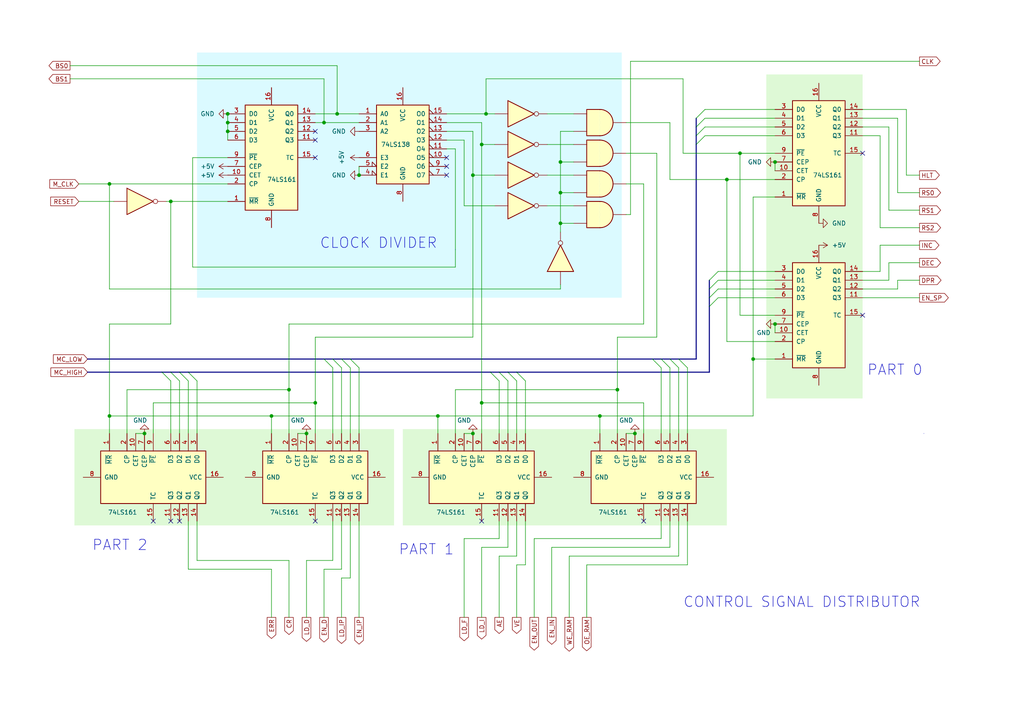
<source format=kicad_sch>
(kicad_sch (version 20230121) (generator eeschema)
  (paper "A4")
  (lib_symbols
    (symbol "74LS04_1" (pin_numbers hide)
      (property "Reference" "U" (at 0 1.27 0))
      (property "Value" "74LS04" (at 0 -1.27 0))
      (symbol "74LS04_1_1_0"
        (pin input line (at -7.62 0 0) (length 3.81) (name "~") (number "1"))
        (pin output inverted (at 7.62 0 180) (length 3.81) (name "~") (number "2"))
      )
      (symbol "74LS04_1_2_0"
        (pin input line (at -7.62 0 0) (length 3.81) (name "~") (number "3"))
        (pin output inverted (at 7.62 0 180) (length 3.81) (name "~") (number "4"))
      )
      (symbol "74LS04_1_3_0"
        (pin input line (at -7.62 0 0) (length 3.81) (name "~") (number "5"))
        (pin output inverted (at 7.62 0 180) (length 3.81) (name "~") (number "6"))
      )
      (symbol "74LS04_1_4_0"
        (pin output inverted (at 7.62 0 180) (length 3.81) (name "~") (number "8"))
        (pin input line (at -7.62 0 0) (length 3.81) (name "~") (number "9"))
      )
      (symbol "74LS04_1_5_0"
        (pin output inverted (at 7.62 0 180) (length 3.81) (name "~") (number "10"))
        (pin input line (at -7.62 0 0) (length 3.81) (name "~") (number "11"))
      )
      (symbol "74LS04_1_6_0"
        (pin output inverted (at 7.62 0 180) (length 3.81) (name "~") (number "12"))
        (pin input line (at -7.62 0 0) (length 3.81) (name "~") (number "13"))
      )
      (symbol "74LS04_1_7_0"
        (pin power_in line (at 0 12.7 270) (length 5.08) (name "VCC") (number "14"))
        (pin power_in line (at 0 -12.7 90) (length 5.08) (name "GND") (number "7"))
      )
    )
    (symbol "74LS04_2" (pin_numbers hide)
      (property "Reference" "U" (at 0 1.27 0))
      (property "Value" "74LS04" (at 0 -1.27 0))
      (symbol "74LS04_2_1_0"
        (pin input line (at -7.62 0 0) (length 3.81) (name "~") (number "1"))
        (pin output inverted (at 7.62 0 180) (length 3.81) (name "~") (number "2"))
      )
      (symbol "74LS04_2_2_0"
        (pin input line (at -7.62 0 0) (length 3.81) (name "~") (number "3"))
        (pin output inverted (at 7.62 0 180) (length 3.81) (name "~") (number "4"))
      )
      (symbol "74LS04_2_3_0"
        (pin input line (at -7.62 0 0) (length 3.81) (name "~") (number "5"))
        (pin output inverted (at 7.62 0 180) (length 3.81) (name "~") (number "6"))
      )
      (symbol "74LS04_2_4_0"
        (pin output inverted (at 7.62 0 180) (length 3.81) (name "~") (number "8"))
        (pin input line (at -7.62 0 0) (length 3.81) (name "~") (number "9"))
      )
      (symbol "74LS04_2_5_0"
        (pin output inverted (at 7.62 0 180) (length 3.81) (name "~") (number "10"))
        (pin input line (at -7.62 0 0) (length 3.81) (name "~") (number "11"))
      )
      (symbol "74LS04_2_6_0"
        (pin output inverted (at 7.62 0 180) (length 3.81) (name "~") (number "12"))
        (pin input line (at -7.62 0 0) (length 3.81) (name "~") (number "13"))
      )
      (symbol "74LS04_2_7_0"
        (pin power_in line (at 0 12.7 270) (length 5.08) (name "VCC") (number "14"))
        (pin power_in line (at 0 -12.7 90) (length 5.08) (name "GND") (number "7"))
      )
    )
    (symbol "74LS04_3" (pin_numbers hide)
      (property "Reference" "U" (at 0 1.27 0))
      (property "Value" "74LS04" (at 0 -1.27 0))
      (symbol "74LS04_3_1_0"
        (pin input line (at -7.62 0 0) (length 3.81) (name "~") (number "1"))
        (pin output inverted (at 7.62 0 180) (length 3.81) (name "~") (number "2"))
      )
      (symbol "74LS04_3_2_0"
        (pin input line (at -7.62 0 0) (length 3.81) (name "~") (number "3"))
        (pin output inverted (at 7.62 0 180) (length 3.81) (name "~") (number "4"))
      )
      (symbol "74LS04_3_3_0"
        (pin input line (at -7.62 0 0) (length 3.81) (name "~") (number "5"))
        (pin output inverted (at 7.62 0 180) (length 3.81) (name "~") (number "6"))
      )
      (symbol "74LS04_3_4_0"
        (pin output inverted (at 7.62 0 180) (length 3.81) (name "~") (number "8"))
        (pin input line (at -7.62 0 0) (length 3.81) (name "~") (number "9"))
      )
      (symbol "74LS04_3_5_0"
        (pin output inverted (at 7.62 0 180) (length 3.81) (name "~") (number "10"))
        (pin input line (at -7.62 0 0) (length 3.81) (name "~") (number "11"))
      )
      (symbol "74LS04_3_6_0"
        (pin output inverted (at 7.62 0 180) (length 3.81) (name "~") (number "12"))
        (pin input line (at -7.62 0 0) (length 3.81) (name "~") (number "13"))
      )
      (symbol "74LS04_3_7_0"
        (pin power_in line (at 0 12.7 270) (length 5.08) (name "VCC") (number "14"))
        (pin power_in line (at 0 -12.7 90) (length 5.08) (name "GND") (number "7"))
      )
    )
    (symbol "74LS04_4" (pin_numbers hide)
      (property "Reference" "U" (at 0 1.27 0))
      (property "Value" "74LS04" (at 0 -1.27 0))
      (symbol "74LS04_4_1_0"
        (pin input line (at -7.62 0 0) (length 3.81) (name "~") (number "1"))
        (pin output inverted (at 7.62 0 180) (length 3.81) (name "~") (number "2"))
      )
      (symbol "74LS04_4_2_0"
        (pin input line (at -7.62 0 0) (length 3.81) (name "~") (number "3"))
        (pin output inverted (at 7.62 0 180) (length 3.81) (name "~") (number "4"))
      )
      (symbol "74LS04_4_3_0"
        (pin input line (at -7.62 0 0) (length 3.81) (name "~") (number "5"))
        (pin output inverted (at 7.62 0 180) (length 3.81) (name "~") (number "6"))
      )
      (symbol "74LS04_4_4_0"
        (pin output inverted (at 7.62 0 180) (length 3.81) (name "~") (number "8"))
        (pin input line (at -7.62 0 0) (length 3.81) (name "~") (number "9"))
      )
      (symbol "74LS04_4_5_0"
        (pin output inverted (at 7.62 0 180) (length 3.81) (name "~") (number "10"))
        (pin input line (at -7.62 0 0) (length 3.81) (name "~") (number "11"))
      )
      (symbol "74LS04_4_6_0"
        (pin output inverted (at 7.62 0 180) (length 3.81) (name "~") (number "12"))
        (pin input line (at -7.62 0 0) (length 3.81) (name "~") (number "13"))
      )
      (symbol "74LS04_4_7_0"
        (pin power_in line (at 0 12.7 270) (length 5.08) (name "VCC") (number "14"))
        (pin power_in line (at 0 -12.7 90) (length 5.08) (name "GND") (number "7"))
      )
    )
    (symbol "74LS04_5" (pin_numbers hide)
      (property "Reference" "U" (at 0 1.27 0))
      (property "Value" "74LS04" (at 0 -1.27 0))
      (symbol "74LS04_5_1_0"
        (pin input line (at -7.62 0 0) (length 3.81) (name "~") (number "1"))
        (pin output inverted (at 7.62 0 180) (length 3.81) (name "~") (number "2"))
      )
      (symbol "74LS04_5_2_0"
        (pin input line (at -7.62 0 0) (length 3.81) (name "~") (number "3"))
        (pin output inverted (at 7.62 0 180) (length 3.81) (name "~") (number "4"))
      )
      (symbol "74LS04_5_3_0"
        (pin input line (at -7.62 0 0) (length 3.81) (name "~") (number "5"))
        (pin output inverted (at 7.62 0 180) (length 3.81) (name "~") (number "6"))
      )
      (symbol "74LS04_5_4_0"
        (pin output inverted (at 7.62 0 180) (length 3.81) (name "~") (number "8"))
        (pin input line (at -7.62 0 0) (length 3.81) (name "~") (number "9"))
      )
      (symbol "74LS04_5_5_0"
        (pin output inverted (at 7.62 0 180) (length 3.81) (name "~") (number "10"))
        (pin input line (at -7.62 0 0) (length 3.81) (name "~") (number "11"))
      )
      (symbol "74LS04_5_6_0"
        (pin output inverted (at 7.62 0 180) (length 3.81) (name "~") (number "12"))
        (pin input line (at -7.62 0 0) (length 3.81) (name "~") (number "13"))
      )
      (symbol "74LS04_5_7_0"
        (pin power_in line (at 0 12.7 270) (length 5.08) (name "VCC") (number "14"))
        (pin power_in line (at 0 -12.7 90) (length 5.08) (name "GND") (number "7"))
      )
    )
    (symbol "74LS08_1" (pin_numbers hide) (pin_names (offset 1.016))
      (property "Reference" "U" (at 0 1.27 0))
      (property "Value" "74LS08" (at 0 -1.27 0))
      (symbol "74LS08_1_1_1"
        (pin input line (at -7.62 2.54 0) (length 3.81) (name "~") (number "1"))
        (pin input line (at -7.62 -2.54 0) (length 3.81) (name "~") (number "2"))
        (pin output line (at 7.62 0 180) (length 3.81) (name "~") (number "3"))
      )
      (symbol "74LS08_1_1_2"
        (pin input inverted (at -7.62 2.54 0) (length 4.318) (name "~") (number "1"))
        (pin input inverted (at -7.62 -2.54 0) (length 4.318) (name "~") (number "2"))
        (pin output inverted (at 7.62 0 180) (length 3.81) (name "~") (number "3"))
      )
      (symbol "74LS08_1_2_1"
        (pin input line (at -7.62 2.54 0) (length 3.81) (name "~") (number "4"))
        (pin input line (at -7.62 -2.54 0) (length 3.81) (name "~") (number "5"))
        (pin output line (at 7.62 0 180) (length 3.81) (name "~") (number "6"))
      )
      (symbol "74LS08_1_2_2"
        (pin input inverted (at -7.62 2.54 0) (length 4.318) (name "~") (number "4"))
        (pin input inverted (at -7.62 -2.54 0) (length 4.318) (name "~") (number "5"))
        (pin output inverted (at 7.62 0 180) (length 3.81) (name "~") (number "6"))
      )
      (symbol "74LS08_1_3_1"
        (pin input line (at -7.62 -2.54 0) (length 3.81) (name "~") (number "10"))
        (pin output line (at 7.62 0 180) (length 3.81) (name "~") (number "8"))
        (pin input line (at -7.62 2.54 0) (length 3.81) (name "~") (number "9"))
      )
      (symbol "74LS08_1_3_2"
        (pin input inverted (at -7.62 -2.54 0) (length 4.318) (name "~") (number "10"))
        (pin output inverted (at 7.62 0 180) (length 3.81) (name "~") (number "8"))
        (pin input inverted (at -7.62 2.54 0) (length 4.318) (name "~") (number "9"))
      )
      (symbol "74LS08_1_4_1"
        (pin output line (at 7.62 0 180) (length 3.81) (name "~") (number "11"))
        (pin input line (at -7.62 2.54 0) (length 3.81) (name "~") (number "12"))
        (pin input line (at -7.62 -2.54 0) (length 3.81) (name "~") (number "13"))
      )
      (symbol "74LS08_1_4_2"
        (pin output inverted (at 7.62 0 180) (length 3.81) (name "~") (number "11"))
        (pin input inverted (at -7.62 2.54 0) (length 4.318) (name "~") (number "12"))
        (pin input inverted (at -7.62 -2.54 0) (length 4.318) (name "~") (number "13"))
      )
      (symbol "74LS08_1_5_0"
        (pin power_in line (at 0 12.7 270) (length 5.08) (name "VCC") (number "14"))
        (pin power_in line (at 0 -12.7 90) (length 5.08) (name "GND") (number "7"))
      )
    )
    (symbol "74LS08_2" (pin_numbers hide) (pin_names (offset 1.016))
      (property "Reference" "U" (at 0 1.27 0))
      (property "Value" "74LS08" (at 0 -1.27 0))
      (symbol "74LS08_2_1_1"
        (pin input line (at -7.62 2.54 0) (length 3.81) (name "~") (number "1"))
        (pin input line (at -7.62 -2.54 0) (length 3.81) (name "~") (number "2"))
        (pin output line (at 7.62 0 180) (length 3.81) (name "~") (number "3"))
      )
      (symbol "74LS08_2_1_2"
        (pin input inverted (at -7.62 2.54 0) (length 4.318) (name "~") (number "1"))
        (pin input inverted (at -7.62 -2.54 0) (length 4.318) (name "~") (number "2"))
        (pin output inverted (at 7.62 0 180) (length 3.81) (name "~") (number "3"))
      )
      (symbol "74LS08_2_2_1"
        (pin input line (at -7.62 2.54 0) (length 3.81) (name "~") (number "4"))
        (pin input line (at -7.62 -2.54 0) (length 3.81) (name "~") (number "5"))
        (pin output line (at 7.62 0 180) (length 3.81) (name "~") (number "6"))
      )
      (symbol "74LS08_2_2_2"
        (pin input inverted (at -7.62 2.54 0) (length 4.318) (name "~") (number "4"))
        (pin input inverted (at -7.62 -2.54 0) (length 4.318) (name "~") (number "5"))
        (pin output inverted (at 7.62 0 180) (length 3.81) (name "~") (number "6"))
      )
      (symbol "74LS08_2_3_1"
        (pin input line (at -7.62 -2.54 0) (length 3.81) (name "~") (number "10"))
        (pin output line (at 7.62 0 180) (length 3.81) (name "~") (number "8"))
        (pin input line (at -7.62 2.54 0) (length 3.81) (name "~") (number "9"))
      )
      (symbol "74LS08_2_3_2"
        (pin input inverted (at -7.62 -2.54 0) (length 4.318) (name "~") (number "10"))
        (pin output inverted (at 7.62 0 180) (length 3.81) (name "~") (number "8"))
        (pin input inverted (at -7.62 2.54 0) (length 4.318) (name "~") (number "9"))
      )
      (symbol "74LS08_2_4_1"
        (pin output line (at 7.62 0 180) (length 3.81) (name "~") (number "11"))
        (pin input line (at -7.62 2.54 0) (length 3.81) (name "~") (number "12"))
        (pin input line (at -7.62 -2.54 0) (length 3.81) (name "~") (number "13"))
      )
      (symbol "74LS08_2_4_2"
        (pin output inverted (at 7.62 0 180) (length 3.81) (name "~") (number "11"))
        (pin input inverted (at -7.62 2.54 0) (length 4.318) (name "~") (number "12"))
        (pin input inverted (at -7.62 -2.54 0) (length 4.318) (name "~") (number "13"))
      )
      (symbol "74LS08_2_5_0"
        (pin power_in line (at 0 12.7 270) (length 5.08) (name "VCC") (number "14"))
        (pin power_in line (at 0 -12.7 90) (length 5.08) (name "GND") (number "7"))
      )
    )
    (symbol "74LS08_3" (pin_numbers hide) (pin_names (offset 1.016))
      (property "Reference" "U" (at 0 1.27 0))
      (property "Value" "74LS08" (at 0 -1.27 0))
      (symbol "74LS08_3_1_1"
        (pin input line (at -7.62 2.54 0) (length 3.81) (name "~") (number "1"))
        (pin input line (at -7.62 -2.54 0) (length 3.81) (name "~") (number "2"))
        (pin output line (at 7.62 0 180) (length 3.81) (name "~") (number "3"))
      )
      (symbol "74LS08_3_1_2"
        (pin input inverted (at -7.62 2.54 0) (length 4.318) (name "~") (number "1"))
        (pin input inverted (at -7.62 -2.54 0) (length 4.318) (name "~") (number "2"))
        (pin output inverted (at 7.62 0 180) (length 3.81) (name "~") (number "3"))
      )
      (symbol "74LS08_3_2_1"
        (pin input line (at -7.62 2.54 0) (length 3.81) (name "~") (number "4"))
        (pin input line (at -7.62 -2.54 0) (length 3.81) (name "~") (number "5"))
        (pin output line (at 7.62 0 180) (length 3.81) (name "~") (number "6"))
      )
      (symbol "74LS08_3_2_2"
        (pin input inverted (at -7.62 2.54 0) (length 4.318) (name "~") (number "4"))
        (pin input inverted (at -7.62 -2.54 0) (length 4.318) (name "~") (number "5"))
        (pin output inverted (at 7.62 0 180) (length 3.81) (name "~") (number "6"))
      )
      (symbol "74LS08_3_3_1"
        (pin input line (at -7.62 -2.54 0) (length 3.81) (name "~") (number "10"))
        (pin output line (at 7.62 0 180) (length 3.81) (name "~") (number "8"))
        (pin input line (at -7.62 2.54 0) (length 3.81) (name "~") (number "9"))
      )
      (symbol "74LS08_3_3_2"
        (pin input inverted (at -7.62 -2.54 0) (length 4.318) (name "~") (number "10"))
        (pin output inverted (at 7.62 0 180) (length 3.81) (name "~") (number "8"))
        (pin input inverted (at -7.62 2.54 0) (length 4.318) (name "~") (number "9"))
      )
      (symbol "74LS08_3_4_1"
        (pin output line (at 7.62 0 180) (length 3.81) (name "~") (number "11"))
        (pin input line (at -7.62 2.54 0) (length 3.81) (name "~") (number "12"))
        (pin input line (at -7.62 -2.54 0) (length 3.81) (name "~") (number "13"))
      )
      (symbol "74LS08_3_4_2"
        (pin output inverted (at 7.62 0 180) (length 3.81) (name "~") (number "11"))
        (pin input inverted (at -7.62 2.54 0) (length 4.318) (name "~") (number "12"))
        (pin input inverted (at -7.62 -2.54 0) (length 4.318) (name "~") (number "13"))
      )
      (symbol "74LS08_3_5_0"
        (pin power_in line (at 0 12.7 270) (length 5.08) (name "VCC") (number "14"))
        (pin power_in line (at 0 -12.7 90) (length 5.08) (name "GND") (number "7"))
      )
    )
    (symbol "74xx:74LS04" (pin_numbers hide)
      (property "Reference" "U" (at 0 1.27 0))
      (property "Value" "74LS04" (at 0 -1.27 0))
      (symbol "74LS04_1_0"
        (pin input line (at -7.62 0 0) (length 3.81) (name "~") (number "1"))
        (pin output inverted (at 7.62 0 180) (length 3.81) (name "~") (number "2"))
      )
      (symbol "74LS04_2_0"
        (pin input line (at -7.62 0 0) (length 3.81) (name "~") (number "3"))
        (pin output inverted (at 7.62 0 180) (length 3.81) (name "~") (number "4"))
      )
      (symbol "74LS04_3_0"
        (pin input line (at -7.62 0 0) (length 3.81) (name "~") (number "5"))
        (pin output inverted (at 7.62 0 180) (length 3.81) (name "~") (number "6"))
      )
      (symbol "74LS04_4_0"
        (pin output inverted (at 7.62 0 180) (length 3.81) (name "~") (number "8"))
        (pin input line (at -7.62 0 0) (length 3.81) (name "~") (number "9"))
      )
      (symbol "74LS04_5_0"
        (pin output inverted (at 7.62 0 180) (length 3.81) (name "~") (number "10"))
        (pin input line (at -7.62 0 0) (length 3.81) (name "~") (number "11"))
      )
      (symbol "74LS04_6_0"
        (pin output inverted (at 7.62 0 180) (length 3.81) (name "~") (number "12"))
        (pin input line (at -7.62 0 0) (length 3.81) (name "~") (number "13"))
      )
      (symbol "74LS04_7_0"
        (pin power_in line (at 0 12.7 270) (length 5.08) (name "VCC") (number "14"))
        (pin power_in line (at 0 -12.7 90) (length 5.08) (name "GND") (number "7"))
      )
    )
    (symbol "74xx:74LS08" (pin_numbers hide) (pin_names (offset 1.016))
      (property "Reference" "U" (at 0 1.27 0))
      (property "Value" "74LS08" (at 0 -1.27 0))
      (symbol "74LS08_1_1"
        (pin input line (at -7.62 2.54 0) (length 3.81) (name "~") (number "1"))
        (pin input line (at -7.62 -2.54 0) (length 3.81) (name "~") (number "2"))
        (pin output line (at 7.62 0 180) (length 3.81) (name "~") (number "3"))
      )
      (symbol "74LS08_1_2"
        (pin input inverted (at -7.62 2.54 0) (length 4.318) (name "~") (number "1"))
        (pin input inverted (at -7.62 -2.54 0) (length 4.318) (name "~") (number "2"))
        (pin output inverted (at 7.62 0 180) (length 3.81) (name "~") (number "3"))
      )
      (symbol "74LS08_2_1"
        (pin input line (at -7.62 2.54 0) (length 3.81) (name "~") (number "4"))
        (pin input line (at -7.62 -2.54 0) (length 3.81) (name "~") (number "5"))
        (pin output line (at 7.62 0 180) (length 3.81) (name "~") (number "6"))
      )
      (symbol "74LS08_2_2"
        (pin input inverted (at -7.62 2.54 0) (length 4.318) (name "~") (number "4"))
        (pin input inverted (at -7.62 -2.54 0) (length 4.318) (name "~") (number "5"))
        (pin output inverted (at 7.62 0 180) (length 3.81) (name "~") (number "6"))
      )
      (symbol "74LS08_3_1"
        (pin input line (at -7.62 -2.54 0) (length 3.81) (name "~") (number "10"))
        (pin output line (at 7.62 0 180) (length 3.81) (name "~") (number "8"))
        (pin input line (at -7.62 2.54 0) (length 3.81) (name "~") (number "9"))
      )
      (symbol "74LS08_3_2"
        (pin input inverted (at -7.62 -2.54 0) (length 4.318) (name "~") (number "10"))
        (pin output inverted (at 7.62 0 180) (length 3.81) (name "~") (number "8"))
        (pin input inverted (at -7.62 2.54 0) (length 4.318) (name "~") (number "9"))
      )
      (symbol "74LS08_4_1"
        (pin output line (at 7.62 0 180) (length 3.81) (name "~") (number "11"))
        (pin input line (at -7.62 2.54 0) (length 3.81) (name "~") (number "12"))
        (pin input line (at -7.62 -2.54 0) (length 3.81) (name "~") (number "13"))
      )
      (symbol "74LS08_4_2"
        (pin output inverted (at 7.62 0 180) (length 3.81) (name "~") (number "11"))
        (pin input inverted (at -7.62 2.54 0) (length 4.318) (name "~") (number "12"))
        (pin input inverted (at -7.62 -2.54 0) (length 4.318) (name "~") (number "13"))
      )
      (symbol "74LS08_5_0"
        (pin power_in line (at 0 12.7 270) (length 5.08) (name "VCC") (number "14"))
        (pin power_in line (at 0 -12.7 90) (length 5.08) (name "GND") (number "7"))
      )
    )
    (symbol "74xx:74LS138" (pin_names (offset 1.016))
      (property "Reference" "U" (at -7.62 11.43 0))
      (property "Value" "74LS138" (at -7.62 -13.97 0))
      (symbol "74LS138_1_0"
        (pin input line (at -12.7 7.62 0) (length 5.08) (name "A0") (number "1"))
        (pin output output_low (at 12.7 -5.08 180) (length 5.08) (name "O5") (number "10"))
        (pin output output_low (at 12.7 -2.54 180) (length 5.08) (name "O4") (number "11"))
        (pin output output_low (at 12.7 0 180) (length 5.08) (name "O3") (number "12"))
        (pin output output_low (at 12.7 2.54 180) (length 5.08) (name "O2") (number "13"))
        (pin output output_low (at 12.7 5.08 180) (length 5.08) (name "O1") (number "14"))
        (pin output output_low (at 12.7 7.62 180) (length 5.08) (name "O0") (number "15"))
        (pin power_in line (at 0 15.24 270) (length 5.08) (name "VCC") (number "16"))
        (pin input line (at -12.7 5.08 0) (length 5.08) (name "A1") (number "2"))
        (pin input line (at -12.7 2.54 0) (length 5.08) (name "A2") (number "3"))
        (pin input input_low (at -12.7 -10.16 0) (length 5.08) (name "E1") (number "4"))
        (pin input input_low (at -12.7 -7.62 0) (length 5.08) (name "E2") (number "5"))
        (pin input line (at -12.7 -5.08 0) (length 5.08) (name "E3") (number "6"))
        (pin output output_low (at 12.7 -10.16 180) (length 5.08) (name "O7") (number "7"))
        (pin power_in line (at 0 -17.78 90) (length 5.08) (name "GND") (number "8"))
        (pin output output_low (at 12.7 -7.62 180) (length 5.08) (name "O6") (number "9"))
      )
    )
    (symbol "74xx:74LS161" (pin_names (offset 1.016))
      (property "Reference" "U" (at -7.62 16.51 0))
      (property "Value" "74LS161" (at -7.62 -16.51 0))
      (symbol "74LS161_1_0"
        (pin input line (at -12.7 -12.7 0) (length 5.08) (name "~{MR}") (number "1"))
        (pin input line (at -12.7 -5.08 0) (length 5.08) (name "CET") (number "10"))
        (pin output line (at 12.7 5.08 180) (length 5.08) (name "Q3") (number "11"))
        (pin output line (at 12.7 7.62 180) (length 5.08) (name "Q2") (number "12"))
        (pin output line (at 12.7 10.16 180) (length 5.08) (name "Q1") (number "13"))
        (pin output line (at 12.7 12.7 180) (length 5.08) (name "Q0") (number "14"))
        (pin output line (at 12.7 0 180) (length 5.08) (name "TC") (number "15"))
        (pin power_in line (at 0 20.32 270) (length 5.08) (name "VCC") (number "16"))
        (pin input line (at -12.7 -7.62 0) (length 5.08) (name "CP") (number "2"))
        (pin input line (at -12.7 12.7 0) (length 5.08) (name "D0") (number "3"))
        (pin input line (at -12.7 10.16 0) (length 5.08) (name "D1") (number "4"))
        (pin input line (at -12.7 7.62 0) (length 5.08) (name "D2") (number "5"))
        (pin input line (at -12.7 5.08 0) (length 5.08) (name "D3") (number "6"))
        (pin input line (at -12.7 -2.54 0) (length 5.08) (name "CEP") (number "7"))
        (pin power_in line (at 0 -20.32 90) (length 5.08) (name "GND") (number "8"))
        (pin input line (at -12.7 0 0) (length 5.08) (name "~{PE}") (number "9"))
      )
    )
    (symbol "power:+5V" (power) (pin_names (offset 0))
      (property "Value" "+5V" (at 0 3.556 0))
      (symbol "+5V_1_1"
        (pin power_in line (at 0 0 90) (length 0) hide (name "+5V") (number "1"))
      )
    )
    (symbol "power:GND" (power) (pin_names (offset 0))
      (property "Value" "GND" (at 0 -3.81 0))
      (symbol "GND_1_1"
        (pin power_in line (at 0 0 270) (length 0) hide (name "GND") (number "1"))
      )
    )
  )
  (junction (at 140.97 33.02))
  (junction (at 97.79 33.02))
  (junction (at 127 120.65))
  (junction (at 104.14 50.8))
  (junction (at 66.04 33.02))
  (junction (at 137.16 50.8))
  (junction (at 83.82 113.03))
  (junction (at 224.79 93.98))
  (junction (at 31.75 53.34))
  (junction (at 78.74 120.65))
  (junction (at 88.9 125.73))
  (junction (at 139.7 116.84))
  (junction (at 139.7 41.91))
  (junction (at 162.56 46.99))
  (junction (at 173.99 120.65))
  (junction (at 184.15 125.73))
  (junction (at 179.07 113.03))
  (junction (at 214.63 44.45))
  (junction (at 41.91 125.73))
  (junction (at 93.98 35.56))
  (junction (at 66.04 38.1))
  (junction (at 91.44 116.84))
  (junction (at 162.56 55.88))
  (junction (at 210.82 52.07))
  (junction (at 137.16 125.73))
  (junction (at 31.75 120.65))
  (junction (at 49.53 58.42))
  (junction (at 162.56 64.77))
  (junction (at 218.44 104.14))
  (junction (at 66.04 35.56))
  (junction (at 224.79 46.99))
  (no_connect (at 91.44 151.13))
  (no_connect (at 52.07 151.13))
  (no_connect (at 129.54 50.8))
  (no_connect (at 129.54 45.72))
  (no_connect (at 91.44 45.72))
  (no_connect (at 250.19 91.44))
  (no_connect (at 129.54 48.26))
  (no_connect (at 186.69 151.13))
  (no_connect (at 49.53 151.13))
  (no_connect (at 139.7 151.13))
  (no_connect (at 44.45 151.13))
  (no_connect (at 91.44 40.64))
  (no_connect (at 91.44 38.1))
  (no_connect (at 250.19 44.45))
  (bus_entry (at 208.28 86.36) (size -2.54 2.54))
  (bus_entry (at 96.52 104.14) (size 2.54 2.54))
  (bus_entry (at 101.6 104.14) (size 2.54 2.54))
  (bus_entry (at 204.47 39.37) (size -2.54 2.54))
  (bus_entry (at 208.28 78.74) (size -2.54 2.54))
  (bus_entry (at 204.47 36.83) (size -2.54 2.54))
  (bus_entry (at 208.28 83.82) (size -2.54 2.54))
  (bus_entry (at 54.61 107.95) (size 2.54 2.54))
  (bus_entry (at 208.28 81.28) (size -2.54 2.54))
  (bus_entry (at 204.47 34.29) (size -2.54 2.54))
  (bus_entry (at 149.86 107.95) (size 2.54 2.54))
  (bus_entry (at 189.23 104.14) (size 2.54 2.54))
  (bus_entry (at 46.99 107.95) (size 2.54 2.54))
  (bus_entry (at 196.85 104.14) (size 2.54 2.54))
  (bus_entry (at 93.98 104.14) (size 2.54 2.54))
  (bus_entry (at 142.24 107.95) (size 2.54 2.54))
  (bus_entry (at 147.32 107.95) (size 2.54 2.54))
  (bus_entry (at 191.77 104.14) (size 2.54 2.54))
  (bus_entry (at 49.53 107.95) (size 2.54 2.54))
  (bus_entry (at 204.47 31.75) (size -2.54 2.54))
  (bus_entry (at 194.31 104.14) (size 2.54 2.54))
  (bus_entry (at 52.07 107.95) (size 2.54 2.54))
  (bus_entry (at 144.78 107.95) (size 2.54 2.54))
  (bus_entry (at 99.06 104.14) (size 2.54 2.54))
  (wire (pts (xy 214.63 44.45) (xy 224.79 44.45)))
  (bus (pts (xy 205.74 81.28) (xy 205.74 83.82)))
  (bus (pts (xy 54.61 107.95) (xy 142.24 107.95)))
  (wire (pts (xy 208.28 78.74) (xy 224.79 78.74)))
  (wire (pts (xy 54.61 110.49) (xy 54.61 125.73)))
  (wire (pts (xy 49.53 58.42) (xy 66.04 58.42)))
  (wire (pts (xy 140.97 33.02) (xy 140.97 22.86)))
  (wire (pts (xy 199.39 151.13) (xy 199.39 163.83)))
  (wire (pts (xy 31.75 53.34) (xy 31.75 83.82)))
  (wire (pts (xy 257.81 60.96) (xy 266.7 60.96)))
  (wire (pts (xy 218.44 104.14) (xy 224.79 104.14)))
  (bus (pts (xy 142.24 107.95) (xy 144.78 107.95)))
  (wire (pts (xy 162.56 82.55) (xy 162.56 83.82)))
  (wire (pts (xy 39.37 125.73) (xy 41.91 125.73)))
  (wire (pts (xy 127 120.65) (xy 173.99 120.65)))
  (wire (pts (xy 158.75 33.02) (xy 166.37 33.02)))
  (wire (pts (xy 139.7 35.56) (xy 139.7 41.91)))
  (wire (pts (xy 57.15 162.56) (xy 83.82 162.56)))
  (bus (pts (xy 201.93 41.91) (xy 201.93 104.14)))
  (wire (pts (xy 191.77 156.21) (xy 191.77 151.13)))
  (wire (pts (xy 22.86 53.34) (xy 31.75 53.34)))
  (wire (pts (xy 66.04 35.56) (xy 66.04 38.1)))
  (bus (pts (xy 52.07 107.95) (xy 54.61 107.95)))
  (wire (pts (xy 210.82 99.06) (xy 224.79 99.06)))
  (wire (pts (xy 22.86 58.42) (xy 33.02 58.42)))
  (wire (pts (xy 44.45 116.84) (xy 44.45 125.73)))
  (wire (pts (xy 31.75 120.65) (xy 31.75 125.73)))
  (wire (pts (xy 186.69 116.84) (xy 186.69 125.73)))
  (wire (pts (xy 224.79 93.98) (xy 224.79 96.52)))
  (wire (pts (xy 257.81 76.2) (xy 266.7 76.2)))
  (wire (pts (xy 158.75 50.8) (xy 166.37 50.8)))
  (wire (pts (xy 101.6 106.68) (xy 101.6 125.73)))
  (bus (pts (xy 144.78 107.95) (xy 147.32 107.95)))
  (wire (pts (xy 218.44 57.15) (xy 218.44 104.14)))
  (bus (pts (xy 205.74 88.9) (xy 205.74 107.95)))
  (bus (pts (xy 96.52 104.14) (xy 99.06 104.14)))
  (wire (pts (xy 260.35 55.88) (xy 266.7 55.88)))
  (wire (pts (xy 132.08 125.73) (xy 132.08 113.03)))
  (wire (pts (xy 196.85 161.29) (xy 165.1 161.29)))
  (wire (pts (xy 181.61 125.73) (xy 184.15 125.73)))
  (wire (pts (xy 208.28 86.36) (xy 224.79 86.36)))
  (wire (pts (xy 147.32 151.13) (xy 147.32 158.75)))
  (wire (pts (xy 149.86 151.13) (xy 149.86 161.29)))
  (wire (pts (xy 134.62 125.73) (xy 137.16 125.73)))
  (wire (pts (xy 96.52 106.68) (xy 96.52 125.73)))
  (bus (pts (xy 25.4 104.14) (xy 93.98 104.14)))
  (wire (pts (xy 88.9 162.56) (xy 88.9 179.07)))
  (wire (pts (xy 91.44 35.56) (xy 93.98 35.56)))
  (wire (pts (xy 181.61 53.34) (xy 186.69 53.34)))
  (wire (pts (xy 31.75 53.34) (xy 66.04 53.34)))
  (wire (pts (xy 144.78 151.13) (xy 144.78 156.21)))
  (wire (pts (xy 186.69 93.98) (xy 83.82 93.98)))
  (wire (pts (xy 194.31 158.75) (xy 160.02 158.75)))
  (wire (pts (xy 139.7 158.75) (xy 139.7 179.07)))
  (wire (pts (xy 31.75 120.65) (xy 78.74 120.65)))
  (wire (pts (xy 250.19 34.29) (xy 260.35 34.29)))
  (wire (pts (xy 139.7 116.84) (xy 139.7 125.73)))
  (wire (pts (xy 181.61 44.45) (xy 190.5 44.45)))
  (wire (pts (xy 104.14 151.13) (xy 104.14 179.07)))
  (wire (pts (xy 204.47 34.29) (xy 224.79 34.29)))
  (bus (pts (xy 191.77 104.14) (xy 194.31 104.14)))
  (wire (pts (xy 182.88 17.78) (xy 182.88 62.23)))
  (wire (pts (xy 181.61 35.56) (xy 194.31 35.56)))
  (wire (pts (xy 78.74 165.1) (xy 78.74 179.07)))
  (bus (pts (xy 201.93 34.29) (xy 201.93 36.83)))
  (wire (pts (xy 44.45 116.84) (xy 91.44 116.84)))
  (wire (pts (xy 91.44 116.84) (xy 91.44 125.73)))
  (wire (pts (xy 250.19 81.28) (xy 257.81 81.28)))
  (wire (pts (xy 255.27 78.74) (xy 255.27 71.12)))
  (wire (pts (xy 99.06 151.13) (xy 99.06 165.1)))
  (wire (pts (xy 250.19 36.83) (xy 257.81 36.83)))
  (wire (pts (xy 257.81 36.83) (xy 257.81 60.96)))
  (wire (pts (xy 97.79 33.02) (xy 97.79 19.05)))
  (wire (pts (xy 255.27 66.04) (xy 266.7 66.04)))
  (wire (pts (xy 132.08 43.18) (xy 132.08 77.47)))
  (wire (pts (xy 199.39 163.83) (xy 170.18 163.83)))
  (wire (pts (xy 162.56 64.77) (xy 166.37 64.77)))
  (wire (pts (xy 198.12 44.45) (xy 214.63 44.45)))
  (wire (pts (xy 204.47 31.75) (xy 224.79 31.75)))
  (bus (pts (xy 194.31 104.14) (xy 196.85 104.14)))
  (bus (pts (xy 149.86 107.95) (xy 205.74 107.95)))
  (wire (pts (xy 196.85 106.68) (xy 196.85 125.73)))
  (wire (pts (xy 83.82 113.03) (xy 83.82 125.73)))
  (wire (pts (xy 54.61 151.13) (xy 54.61 165.1)))
  (wire (pts (xy 250.19 39.37) (xy 255.27 39.37)))
  (wire (pts (xy 224.79 46.99) (xy 224.79 49.53)))
  (wire (pts (xy 162.56 55.88) (xy 162.56 46.99)))
  (wire (pts (xy 255.27 71.12) (xy 266.7 71.12)))
  (bus (pts (xy 25.4 107.95) (xy 46.99 107.95)))
  (wire (pts (xy 191.77 106.68) (xy 191.77 125.73)))
  (wire (pts (xy 139.7 41.91) (xy 143.51 41.91)))
  (wire (pts (xy 266.7 17.78) (xy 182.88 17.78)))
  (wire (pts (xy 129.54 38.1) (xy 137.16 38.1)))
  (wire (pts (xy 31.75 120.65) (xy 31.75 93.98)))
  (wire (pts (xy 36.83 113.03) (xy 83.82 113.03)))
  (wire (pts (xy 144.78 161.29) (xy 144.78 179.07)))
  (wire (pts (xy 66.04 33.02) (xy 66.04 35.56)))
  (wire (pts (xy 93.98 165.1) (xy 93.98 179.07)))
  (wire (pts (xy 204.47 36.83) (xy 224.79 36.83)))
  (wire (pts (xy 96.52 162.56) (xy 88.9 162.56)))
  (wire (pts (xy 162.56 46.99) (xy 166.37 46.99)))
  (wire (pts (xy 66.04 38.1) (xy 66.04 40.64)))
  (bus (pts (xy 196.85 104.14) (xy 201.93 104.14)))
  (bus (pts (xy 46.99 107.95) (xy 49.53 107.95)))
  (bus (pts (xy 101.6 104.14) (xy 189.23 104.14)))
  (wire (pts (xy 49.53 93.98) (xy 49.53 58.42)))
  (wire (pts (xy 162.56 46.99) (xy 162.56 38.1)))
  (wire (pts (xy 78.74 120.65) (xy 78.74 125.73)))
  (wire (pts (xy 190.5 97.79) (xy 179.07 97.79)))
  (wire (pts (xy 152.4 163.83) (xy 152.4 151.13)))
  (wire (pts (xy 194.31 52.07) (xy 210.82 52.07)))
  (wire (pts (xy 173.99 120.65) (xy 173.99 125.73)))
  (wire (pts (xy 52.07 110.49) (xy 52.07 125.73)))
  (wire (pts (xy 208.28 83.82) (xy 224.79 83.82)))
  (wire (pts (xy 262.89 31.75) (xy 262.89 50.8)))
  (wire (pts (xy 186.69 53.34) (xy 186.69 93.98)))
  (wire (pts (xy 162.56 67.31) (xy 162.56 64.77)))
  (wire (pts (xy 162.56 64.77) (xy 162.56 55.88)))
  (wire (pts (xy 86.36 125.73) (xy 88.9 125.73)))
  (wire (pts (xy 208.28 81.28) (xy 224.79 81.28)))
  (wire (pts (xy 134.62 40.64) (xy 134.62 59.69)))
  (wire (pts (xy 91.44 33.02) (xy 97.79 33.02)))
  (wire (pts (xy 149.86 163.83) (xy 149.86 179.07)))
  (wire (pts (xy 31.75 83.82) (xy 162.56 83.82)))
  (wire (pts (xy 99.06 167.64) (xy 99.06 179.07)))
  (wire (pts (xy 158.75 59.69) (xy 166.37 59.69)))
  (wire (pts (xy 129.54 40.64) (xy 134.62 40.64)))
  (wire (pts (xy 137.16 97.79) (xy 91.44 97.79)))
  (wire (pts (xy 149.86 163.83) (xy 152.4 163.83)))
  (wire (pts (xy 190.5 44.45) (xy 190.5 97.79)))
  (wire (pts (xy 194.31 151.13) (xy 194.31 158.75)))
  (wire (pts (xy 218.44 104.14) (xy 218.44 120.65)))
  (wire (pts (xy 214.63 91.44) (xy 224.79 91.44)))
  (wire (pts (xy 250.19 83.82) (xy 260.35 83.82)))
  (wire (pts (xy 137.16 38.1) (xy 137.16 50.8)))
  (wire (pts (xy 132.08 113.03) (xy 179.07 113.03)))
  (wire (pts (xy 260.35 81.28) (xy 266.7 81.28)))
  (wire (pts (xy 154.94 156.21) (xy 154.94 179.07)))
  (wire (pts (xy 147.32 158.75) (xy 139.7 158.75)))
  (wire (pts (xy 57.15 151.13) (xy 57.15 162.56)))
  (wire (pts (xy 260.35 34.29) (xy 260.35 55.88)))
  (bus (pts (xy 189.23 104.14) (xy 191.77 104.14)))
  (wire (pts (xy 55.88 45.72) (xy 66.04 45.72)))
  (wire (pts (xy 20.32 22.86) (xy 93.98 22.86)))
  (wire (pts (xy 104.14 48.26) (xy 104.14 50.8)))
  (wire (pts (xy 83.82 93.98) (xy 83.82 113.03)))
  (wire (pts (xy 181.61 62.23) (xy 182.88 62.23)))
  (wire (pts (xy 31.75 93.98) (xy 49.53 93.98)))
  (wire (pts (xy 99.06 165.1) (xy 93.98 165.1)))
  (wire (pts (xy 160.02 158.75) (xy 160.02 179.07)))
  (wire (pts (xy 91.44 97.79) (xy 91.44 116.84)))
  (wire (pts (xy 93.98 35.56) (xy 104.14 35.56)))
  (wire (pts (xy 194.31 106.68) (xy 194.31 125.73)))
  (bus (pts (xy 205.74 83.82) (xy 205.74 86.36)))
  (wire (pts (xy 101.6 151.13) (xy 101.6 167.64)))
  (wire (pts (xy 96.52 151.13) (xy 96.52 162.56)))
  (wire (pts (xy 140.97 33.02) (xy 143.51 33.02)))
  (bus (pts (xy 147.32 107.95) (xy 149.86 107.95)))
  (wire (pts (xy 129.54 35.56) (xy 139.7 35.56)))
  (wire (pts (xy 250.19 78.74) (xy 255.27 78.74)))
  (wire (pts (xy 149.86 161.29) (xy 144.78 161.29)))
  (wire (pts (xy 165.1 161.29) (xy 165.1 179.07)))
  (wire (pts (xy 147.32 110.49) (xy 147.32 125.73)))
  (wire (pts (xy 127 120.65) (xy 127 125.73)))
  (wire (pts (xy 137.16 50.8) (xy 137.16 97.79)))
  (wire (pts (xy 101.6 167.64) (xy 99.06 167.64)))
  (wire (pts (xy 162.56 38.1) (xy 166.37 38.1)))
  (wire (pts (xy 144.78 156.21) (xy 134.62 156.21)))
  (wire (pts (xy 262.89 50.8) (xy 266.7 50.8)))
  (wire (pts (xy 224.79 57.15) (xy 218.44 57.15)))
  (wire (pts (xy 129.54 33.02) (xy 140.97 33.02)))
  (wire (pts (xy 162.56 55.88) (xy 166.37 55.88)))
  (wire (pts (xy 139.7 41.91) (xy 139.7 116.84)))
  (bus (pts (xy 49.53 107.95) (xy 52.07 107.95)))
  (wire (pts (xy 104.14 106.68) (xy 104.14 125.73)))
  (wire (pts (xy 196.85 151.13) (xy 196.85 161.29)))
  (wire (pts (xy 137.16 50.8) (xy 143.51 50.8)))
  (wire (pts (xy 250.19 31.75) (xy 262.89 31.75)))
  (wire (pts (xy 260.35 83.82) (xy 260.35 81.28)))
  (wire (pts (xy 132.08 77.47) (xy 55.88 77.47)))
  (wire (pts (xy 149.86 110.49) (xy 149.86 125.73)))
  (wire (pts (xy 250.19 86.36) (xy 266.7 86.36)))
  (bus (pts (xy 205.74 86.36) (xy 205.74 88.9)))
  (wire (pts (xy 199.39 106.68) (xy 199.39 125.73)))
  (wire (pts (xy 257.81 81.28) (xy 257.81 76.2)))
  (wire (pts (xy 179.07 97.79) (xy 179.07 113.03)))
  (bus (pts (xy 201.93 39.37) (xy 201.93 41.91)))
  (bus (pts (xy 93.98 104.14) (xy 96.52 104.14)))
  (wire (pts (xy 198.12 22.86) (xy 198.12 44.45)))
  (wire (pts (xy 129.54 43.18) (xy 132.08 43.18)))
  (wire (pts (xy 55.88 77.47) (xy 55.88 45.72)))
  (wire (pts (xy 97.79 33.02) (xy 104.14 33.02)))
  (wire (pts (xy 78.74 120.65) (xy 127 120.65)))
  (wire (pts (xy 36.83 125.73) (xy 36.83 113.03)))
  (wire (pts (xy 204.47 39.37) (xy 224.79 39.37)))
  (wire (pts (xy 173.99 120.65) (xy 218.44 120.65)))
  (wire (pts (xy 54.61 165.1) (xy 78.74 165.1)))
  (wire (pts (xy 210.82 52.07) (xy 224.79 52.07)))
  (wire (pts (xy 191.77 156.21) (xy 154.94 156.21)))
  (wire (pts (xy 83.82 162.56) (xy 83.82 179.07)))
  (bus (pts (xy 201.93 36.83) (xy 201.93 39.37)))
  (wire (pts (xy 144.78 110.49) (xy 144.78 125.73)))
  (wire (pts (xy 255.27 39.37) (xy 255.27 66.04)))
  (wire (pts (xy 139.7 116.84) (xy 186.69 116.84)))
  (wire (pts (xy 210.82 52.07) (xy 210.82 99.06)))
  (wire (pts (xy 152.4 110.49) (xy 152.4 125.73)))
  (wire (pts (xy 134.62 59.69) (xy 143.51 59.69)))
  (wire (pts (xy 158.75 41.91) (xy 166.37 41.91)))
  (wire (pts (xy 48.26 58.42) (xy 49.53 58.42)))
  (wire (pts (xy 93.98 35.56) (xy 93.98 22.86)))
  (bus (pts (xy 99.06 104.14) (xy 101.6 104.14)))
  (wire (pts (xy 194.31 35.56) (xy 194.31 52.07)))
  (wire (pts (xy 179.07 113.03) (xy 179.07 125.73)))
  (wire (pts (xy 49.53 110.49) (xy 49.53 125.73)))
  (wire (pts (xy 134.62 156.21) (xy 134.62 179.07)))
  (wire (pts (xy 170.18 163.83) (xy 170.18 179.07)))
  (wire (pts (xy 57.15 110.49) (xy 57.15 125.73)))
  (wire (pts (xy 214.63 44.45) (xy 214.63 91.44)))
  (wire (pts (xy 20.32 19.05) (xy 97.79 19.05)))
  (wire (pts (xy 99.06 106.68) (xy 99.06 125.73)))
  (wire (pts (xy 140.97 22.86) (xy 198.12 22.86)))
  (rectangle (start 116.84 124.46) (end 210.82 152.4) (stroke (width -0.0001)) (fill (type color) (color 63 222 17 0.168627451)))
  (rectangle (start 222.25 21.59) (end 250.19 115.57) (stroke (width -0.0001)) (fill (type color) (color 63 222 17 0.168627451)))
  (rectangle (start 57.15 15.24) (end 180.34 86.36) (stroke (width -0.0001)) (fill (type color) (color 14 223 255 0.15)))
  (rectangle (start 21.59 124.46) (end 114.3 152.4) (stroke (width -0.0001)) (fill (type color) (color 63 222 17 0.17)))
  (rectangle (start 132.08 72.39) (end 132.08 72.39))
  (rectangle (start 267.97 125.73) (end 267.97 125.73))
  (text "PART 0" (at 251.46 109.22 0) (effects (font (size 3 3)) (justify left bottom)))
  (text "PART 1" (at 115.57 161.29 0) (effects (font (size 3 3)) (justify left bottom)))
  (text "PART 2" (at 26.67 160.02 0) (effects (font (size 3 3)) (justify left bottom)))
  (text "CLOCK DIVIDER" (at 92.71 72.39 0) (effects (font (size 3 3)) (justify left bottom)))
  (text "CONTROL SIGNAL DISTRIBUTOR" (at 198.12 176.53 0) (effects (font (size 3 3)) (justify left bottom)))
  (global_label "LD_F" (shape output) (at 134.62 179.07 270) (property "Intersheetrefs" "${INTERSHEET_REFS}" (effects hide)))
  (global_label "VE" (shape output) (at 149.86 179.07 270) (property "Intersheetrefs" "${INTERSHEET_REFS}" (effects hide)))
  (global_label "BS0" (shape output) (at 20.32 19.05 180) (property "Intersheetrefs" "${INTERSHEET_REFS}" (effects hide)))
  (global_label "MC_HIGH" (shape input) (at 25.4 107.95 180) (property "Intersheetrefs" "${INTERSHEET_REFS}" (effects hide)))
  (global_label "LD_I" (shape output) (at 139.7 179.07 270) (property "Intersheetrefs" "${INTERSHEET_REFS}" (effects hide)))
  (global_label "LD_IP" (shape output) (at 99.06 179.07 270) (property "Intersheetrefs" "${INTERSHEET_REFS}" (effects hide)))
  (global_label "LD_D" (shape output) (at 88.9 179.07 270) (property "Intersheetrefs" "${INTERSHEET_REFS}" (effects hide)))
  (global_label "EN_IN" (shape output) (at 160.02 179.07 270) (property "Intersheetrefs" "${INTERSHEET_REFS}" (effects hide)))
  (global_label "RS2" (shape output) (at 266.7 66.04 0) (property "Intersheetrefs" "${INTERSHEET_REFS}" (effects hide)))
  (global_label "RS1" (shape output) (at 266.7 60.96 0) (property "Intersheetrefs" "${INTERSHEET_REFS}" (effects hide)))
  (global_label "AE" (shape output) (at 144.78 179.07 270) (property "Intersheetrefs" "${INTERSHEET_REFS}" (effects hide)))
  (global_label "EN_OUT" (shape output) (at 154.94 179.07 270) (property "Intersheetrefs" "${INTERSHEET_REFS}" (effects hide)))
  (global_label "OE_RAM" (shape output) (at 170.18 179.07 270) (property "Intersheetrefs" "${INTERSHEET_REFS}" (effects hide)))
  (global_label "INC" (shape output) (at 266.7 71.12 0) (property "Intersheetrefs" "${INTERSHEET_REFS}" (effects hide)))
  (global_label "EN_SP" (shape output) (at 266.7 86.36 0) (property "Intersheetrefs" "${INTERSHEET_REFS}" (effects hide)))
  (global_label "WE_RAM" (shape output) (at 165.1 179.07 270) (property "Intersheetrefs" "${INTERSHEET_REFS}" (effects hide)))
  (global_label "ERR" (shape output) (at 78.74 179.07 270) (property "Intersheetrefs" "${INTERSHEET_REFS}" (effects hide)))
  (global_label "CLK" (shape output) (at 266.7 17.78 0) (property "Intersheetrefs" "${INTERSHEET_REFS}" (effects hide)))
  (global_label "RESET" (shape input) (at 22.86 58.42 180) (property "Intersheetrefs" "${INTERSHEET_REFS}" (effects hide)))
  (global_label "EN_IP" (shape output) (at 104.14 179.07 270) (property "Intersheetrefs" "${INTERSHEET_REFS}" (effects hide)))
  (global_label "HLT" (shape output) (at 266.7 50.8 0) (property "Intersheetrefs" "${INTERSHEET_REFS}" (effects hide)))
  (global_label "MC_LOW" (shape input) (at 25.4 104.14 180) (property "Intersheetrefs" "${INTERSHEET_REFS}" (effects hide)))
  (global_label "CR" (shape output) (at 83.82 179.07 270) (property "Intersheetrefs" "${INTERSHEET_REFS}" (effects hide)))
  (global_label "DEC" (shape output) (at 266.7 76.2 0) (property "Intersheetrefs" "${INTERSHEET_REFS}" (effects hide)))
  (global_label "RS0" (shape output) (at 266.7 55.88 0) (property "Intersheetrefs" "${INTERSHEET_REFS}" (effects hide)))
  (global_label "DPR" (shape output) (at 266.7 81.28 0) (property "Intersheetrefs" "${INTERSHEET_REFS}" (effects hide)))
  (global_label "M_CLK" (shape input) (at 22.86 53.34 180) (property "Intersheetrefs" "${INTERSHEET_REFS}" (effects hide)))
  (global_label "EN_D" (shape output) (at 93.98 179.07 270) (property "Intersheetrefs" "${INTERSHEET_REFS}" (effects hide)))
  (global_label "BS1" (shape output) (at 20.32 22.86 180) (property "Intersheetrefs" "${INTERSHEET_REFS}" (effects hide)))
  (symbol (lib_name "74LS08_2") (lib_id "74xx:74LS08") (at 173.99 44.45 0) (unit 2)
    (property "Reference" "U4" (effects hide))
    (property "Value" "74LS08" (effects hide))
    (property "Datasheet" "http://www.ti.com/lit/gpn/sn74LS08" (effects hide))
  )
  (symbol (lib_id "74xx:74LS04") (at 40.64 58.42 0) (unit 4)
    (property "Reference" "U12" (effects hide))
    (property "Value" "74LS04" (effects hide))
    (property "Datasheet" "http://www.ti.com/lit/gpn/sn74LS04" (effects hide))
  )
  (symbol (lib_name "74LS08_1") (lib_id "74xx:74LS08") (at 173.99 35.56 0) (unit 1)
    (property "Reference" "U4" (effects hide))
    (property "Value" "74LS08" (effects hide))
    (property "Datasheet" "http://www.ti.com/lit/gpn/sn74LS08" (effects hide))
  )
  (symbol (lib_id "74xx:74LS08") (at 173.99 62.23 0) (unit 4)
    (property "Reference" "U4" (effects hide))
    (property "Value" "74LS08" (effects hide))
    (property "Datasheet" "http://www.ti.com/lit/gpn/sn74LS08" (effects hide))
  )
  (symbol (lib_name "74LS08_3") (lib_id "74xx:74LS08") (at 173.99 53.34 0) (unit 3)
    (property "Reference" "U4" (effects hide))
    (property "Value" "74LS08" (effects hide))
    (property "Datasheet" "http://www.ti.com/lit/gpn/sn74LS08" (effects hide))
  )
  (symbol (lib_name "74LS04_2") (lib_id "74xx:74LS04") (at 151.13 41.91 0) (unit 2)
    (property "Reference" "U3" (effects hide))
    (property "Value" "74LS04" (effects hide))
    (property "Datasheet" "http://www.ti.com/lit/gpn/sn74LS04" (effects hide))
  )
  (symbol (lib_name "74LS04_1") (lib_id "74xx:74LS04") (at 151.13 33.02 0) (unit 1)
    (property "Reference" "U3" (effects hide))
    (property "Value" "74LS04" (effects hide))
    (property "Datasheet" "http://www.ti.com/lit/gpn/sn74LS04" (effects hide))
  )
  (symbol (lib_id "power:GND") (at 88.9 125.73 0) (mirror x) (unit 1)
    (property "Reference" "#PWR04" (effects hide))
    (property "Value" "GND" (at 86.36 121.92 0))
  )
  (symbol (lib_id "power:GND") (at 184.15 125.73 0) (mirror x) (unit 1)
    (property "Reference" "#PWR015" (effects hide))
    (property "Value" "GND" (at 181.61 121.92 0))
  )
  (symbol (lib_id "power:+5V") (at 104.14 45.72 90) (unit 1)
    (property "Reference" "#PWR010" (effects hide))
    (property "Value" "+5V" (at 99.06 45.72 0))
  )
  (symbol (lib_id "power:GND") (at 224.79 46.99 270) (unit 1)
    (property "Reference" "#PWR017" (effects hide))
    (property "Value" "GND" (at 220.98 46.99 90) (effects (justify right)))
  )
  (symbol (lib_id "power:GND") (at 224.79 93.98 270) (unit 1)
    (property "Reference" "#PWR016" (effects hide))
    (property "Value" "GND" (at 223.52 96.52 90) (effects (justify right)))
  )
  (symbol (lib_id "power:+5V") (at 66.04 48.26 90) (unit 1)
    (property "Reference" "#PWR013" (effects hide))
    (property "Value" "+5V" (at 62.23 48.26 90) (effects (justify left)))
  )
  (symbol (lib_id "power:GND") (at 104.14 38.1 270) (unit 1)
    (property "Reference" "#PWR02" (effects hide))
    (property "Value" "GND" (at 100.33 38.1 90) (effects (justify right)))
  )
  (symbol (lib_id "74xx:74LS161") (at 78.74 45.72 0) (unit 1)
    (property "Reference" "U6" (effects hide))
    (property "Value" "74LS161" (at 77.47 52.07 0) (effects (justify left)))
    (property "Datasheet" "http://www.ti.com/lit/gpn/sn74LS161" (effects hide))
  )
  (symbol (lib_id "power:+5V") (at 66.04 50.8 90) (unit 1)
    (property "Reference" "#PWR012" (effects hide))
    (property "Value" "+5V" (at 62.23 50.8 90) (effects (justify left)))
  )
  (symbol (lib_id "power:GND") (at 237.49 64.77 90) (unit 1)
    (property "Reference" "#PWR019" (effects hide))
    (property "Value" "GND" (at 241.3 64.77 90) (effects (justify right)))
  )
  (symbol (lib_id "74xx:74LS138") (at 116.84 40.64 0) (unit 1)
    (property "Reference" "U1" (effects hide))
    (property "Value" "74LS138" (at 110.49 41.91 0) (effects (justify left)))
    (property "Datasheet" "http://www.ti.com/lit/gpn/sn74LS138" (effects hide))
  )
  (symbol (lib_name "74LS04_5") (lib_id "74xx:74LS04") (at 162.56 74.93 90) (unit 4)
    (property "Reference" "U5" (effects hide))
    (property "Value" "74LS04" (effects hide))
    (property "Datasheet" "http://www.ti.com/lit/gpn/sn74LS04" (effects hide))
  )
  (symbol (lib_id "74xx:74LS161") (at 91.44 138.43 270) (unit 1)
    (property "Reference" "U7" (effects hide))
    (property "Value" "74LS161" (at 82.55 148.59 90))
    (property "Datasheet" "http://www.ti.com/lit/gpn/sn74LS161" (effects hide))
  )
  (symbol (lib_id "power:GND") (at 104.14 50.8 270) (unit 1)
    (property "Reference" "#PWR09" (effects hide))
    (property "Value" "GND" (at 100.33 50.8 90) (effects (justify right)))
  )
  (symbol (lib_id "74xx:74LS161") (at 237.49 91.44 0) (unit 1)
    (property "Reference" "U10" (effects hide))
    (property "Value" "74LS161" (effects hide))
    (property "Datasheet" "http://www.ti.com/lit/gpn/sn74LS161" (effects hide))
  )
  (symbol (lib_name "74LS04_4") (lib_id "74xx:74LS04") (at 151.13 59.69 0) (unit 4)
    (property "Reference" "U3" (effects hide))
    (property "Value" "74LS04" (effects hide))
    (property "Datasheet" "http://www.ti.com/lit/gpn/sn74LS04" (effects hide))
  )
  (symbol (lib_name "74LS04_3") (lib_id "74xx:74LS04") (at 151.13 50.8 0) (unit 3)
    (property "Reference" "U3" (effects hide))
    (property "Value" "74LS04" (effects hide))
    (property "Datasheet" "http://www.ti.com/lit/gpn/sn74LS04" (effects hide))
  )
  (symbol (lib_id "power:+5V") (at 237.49 71.12 270) (unit 1)
    (property "Reference" "#PWR027" (effects hide))
    (property "Value" "+5V" (at 241.3 71.12 90) (effects (justify left)))
  )
  (symbol (lib_id "74xx:74LS161") (at 44.45 138.43 270) (unit 1)
    (property "Reference" "U2" (effects hide))
    (property "Value" "74LS161" (at 35.56 148.59 90))
    (property "Datasheet" "http://www.ti.com/lit/gpn/sn74LS161" (effects hide))
  )
  (symbol (lib_id "74xx:74LS161") (at 186.69 138.43 270) (unit 1)
    (property "Reference" "U9" (effects hide))
    (property "Value" "74LS161" (at 177.8 148.59 90))
    (property "Datasheet" "http://www.ti.com/lit/gpn/sn74LS161" (effects hide))
  )
  (symbol (lib_id "74xx:74LS161") (at 139.7 138.43 270) (unit 1)
    (property "Reference" "U8" (effects hide))
    (property "Value" "74LS161" (at 130.81 148.59 90))
    (property "Datasheet" "http://www.ti.com/lit/gpn/sn74LS161" (effects hide))
  )
  (symbol (lib_id "power:GND") (at 137.16 125.73 0) (mirror x) (unit 1)
    (property "Reference" "#PWR06" (effects hide))
    (property "Value" "GND" (at 134.62 121.92 0))
  )
  (symbol (lib_id "power:GND") (at 66.04 33.02 270) (unit 1)
    (property "Reference" "#PWR011" (effects hide))
    (property "Value" "GND" (at 62.23 33.02 90) (effects (justify right)))
  )
  (symbol (lib_id "power:GND") (at 41.91 125.73 180) (unit 1)
    (property "Reference" "#PWR03" (effects hide))
    (property "Value" "GND" (at 40.64 121.92 0))
  )
  (symbol (lib_id "74xx:74LS161") (at 237.49 44.45 0) (unit 1)
    (property "Reference" "U11" (effects hide))
    (property "Value" "74LS161" (at 240.03 50.8 0))
    (property "Datasheet" "http://www.ti.com/lit/gpn/sn74LS161" (effects hide))
  )
)
</source>
